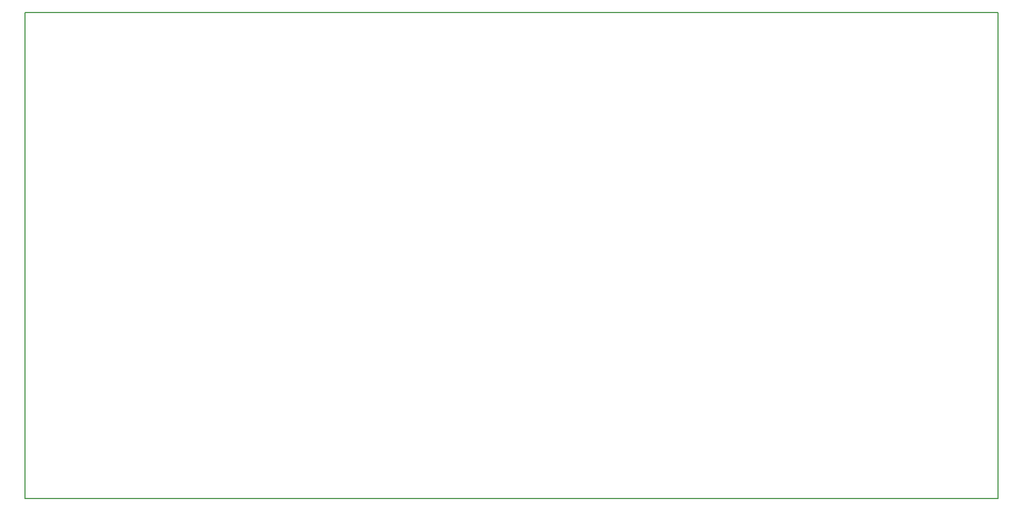
<source format=gbr>
G04 #@! TF.FileFunction,Profile,NP*
%FSLAX46Y46*%
G04 Gerber Fmt 4.6, Leading zero omitted, Abs format (unit mm)*
G04 Created by KiCad (PCBNEW no-vcs-found-product) date Tue Sep  6 23:30:38 2016*
%MOMM*%
%LPD*%
G01*
G04 APERTURE LIST*
%ADD10C,0.100000*%
%ADD11C,0.150000*%
G04 APERTURE END LIST*
D10*
D11*
X228231700Y-63754000D02*
X228231700Y-139446000D01*
X76568300Y-139446000D02*
X76568300Y-63754000D01*
X228231700Y-139446000D02*
X76568300Y-139446000D01*
X76568300Y-63754000D02*
X228231700Y-63754000D01*
M02*

</source>
